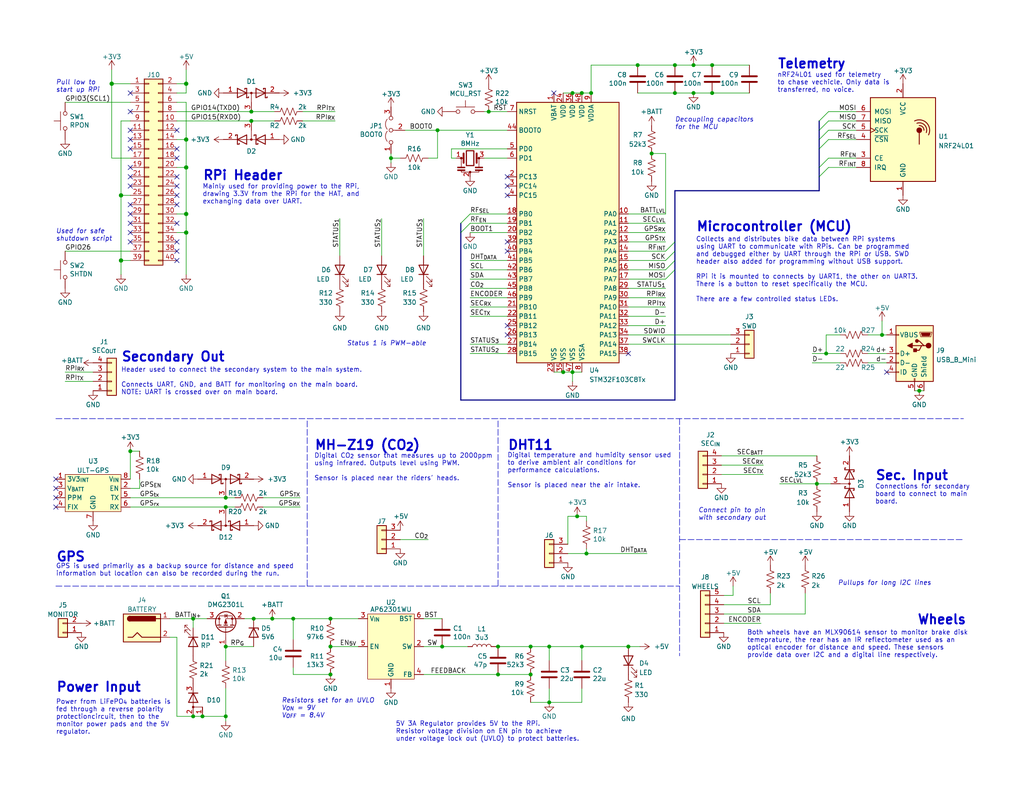
<source format=kicad_sch>
(kicad_sch (version 20211123) (generator eeschema)
  (paper "USLetter")
  (title_block (title "TITAN HAT") (date "2022-08-16") (rev "3.1") (company "HPVDT") (comment 1 "Secondary board only has power systems and the header to main") (comment 2 "Only one STM32 is needed in the system on the main board") (comment 3 "Provides 5V for RPi in addition to gathering data from TITAN") (comment 4 "HAT for RPis in TITAN for the WHPSC 2022"))
  (junction (at 250.825 106.68))
  (junction (at 68.58 30.48))
  (junction (at 61.595 138.43))
  (junction (at 158.75 176.53))
  (junction (at 149.86 176.53))
  (junction (at 119.38 35.56))
  (junction (at 153.67 101.6))
  (junction (at 120.65 176.53))
  (junction (at 50.8 22.86) (diameter 1.016))
  (junction (at 156.21 25.4))
  (junction (at 90.17 184.15))
  (junction (at 184.15 25.4))
  (junction (at 52.705 168.91))
  (junction (at 61.595 195.58))
  (junction (at 106.68 43.18))
  (junction (at 144.78 184.15))
  (junction (at 33.02 71.12) (diameter 1.016))
  (junction (at 149.86 191.77))
  (junction (at 69.215 168.91))
  (junction (at 189.23 17.78))
  (junction (at 156.21 101.6))
  (junction (at 68.58 33.02))
  (junction (at 157.48 140.97))
  (junction (at 50.8 45.72) (diameter 1.016))
  (junction (at 194.31 17.78))
  (junction (at 189.23 25.4))
  (junction (at 50.8 38.1) (diameter 1.016))
  (junction (at 177.8 41.91))
  (junction (at 144.78 176.53))
  (junction (at 173.99 17.78))
  (junction (at 74.295 168.91))
  (junction (at 133.35 30.48))
  (junction (at 222.885 132.08))
  (junction (at 171.45 176.53))
  (junction (at 240.665 91.44))
  (junction (at 52.705 195.58))
  (junction (at 90.17 176.53))
  (junction (at 161.29 25.4))
  (junction (at 61.595 176.53))
  (junction (at 90.17 168.91))
  (junction (at 50.8 58.42) (diameter 1.016))
  (junction (at 80.01 168.91))
  (junction (at 61.595 135.89))
  (junction (at 158.75 25.4))
  (junction (at 135.89 184.15))
  (junction (at 184.15 17.78))
  (junction (at 135.89 176.53))
  (junction (at 50.8 63.5) (diameter 1.016))
  (junction (at 55.245 195.58))
  (junction (at 160.02 151.13))
  (junction (at 225.425 96.52))
  (junction (at 30.48 22.86) (diameter 1.016))
  (junction (at 194.31 25.4))
  (junction (at 33.02 53.34) (diameter 1.016))
  (junction (at 35.56 123.19))
  (no_connect (at 15.24 138.43))
  (no_connect (at 138.43 68.58))
  (no_connect (at 48.26 68.58))
  (no_connect (at 48.26 71.12))
  (no_connect (at 48.26 60.96))
  (no_connect (at 48.26 66.04))
  (no_connect (at 138.43 66.04))
  (no_connect (at 48.26 50.8))
  (no_connect (at 35.56 50.8))
  (no_connect (at 35.56 25.4))
  (no_connect (at 35.56 30.48))
  (no_connect (at 35.56 38.1))
  (no_connect (at 35.56 40.64))
  (no_connect (at 35.56 35.56))
  (no_connect (at 48.26 35.56))
  (no_connect (at 48.26 40.64))
  (no_connect (at 48.26 43.18))
  (no_connect (at 35.56 55.88))
  (no_connect (at 151.13 25.4))
  (no_connect (at 15.24 130.81))
  (no_connect (at 241.935 101.6))
  (no_connect (at 35.56 60.96))
  (no_connect (at 48.26 48.26))
  (no_connect (at 35.56 48.26))
  (no_connect (at 138.43 48.26))
  (no_connect (at 171.45 96.52))
  (no_connect (at 35.56 63.5))
  (no_connect (at 48.26 53.34))
  (no_connect (at 35.56 66.04))
  (no_connect (at 35.56 58.42))
  (no_connect (at 138.43 53.34))
  (no_connect (at 138.43 50.8))
  (no_connect (at 48.26 55.88))
  (no_connect (at 138.43 91.44))
  (no_connect (at 15.24 135.89))
  (no_connect (at 35.56 45.72))
  (no_connect (at 138.43 88.9))
  (no_connect (at 15.24 133.35))
  (bus_entry (at 125.73 63.5) (size 2.54 -2.54))
  (bus_entry (at 223.52 45.72) (size 2.54 -2.54))
  (bus_entry (at 223.52 35.56) (size 2.54 -2.54))
  (bus_entry (at 223.52 40.64) (size 2.54 -2.54))
  (bus_entry (at 181.61 76.2) (size 2.54 -2.54))
  (bus_entry (at 181.61 68.58) (size 2.54 -2.54))
  (bus_entry (at 181.61 71.12) (size 2.54 -2.54))
  (bus_entry (at 181.61 73.66) (size 2.54 -2.54))
  (bus_entry (at 223.52 33.02) (size 2.54 -2.54))
  (bus_entry (at 125.73 60.96) (size 2.54 -2.54))
  (bus_entry (at 223.52 48.26) (size 2.54 -2.54))
  (bus_entry (at 223.52 38.1) (size 2.54 -2.54))
  (wire (pts (xy 181.61 66.04) (xy 171.45 66.04)))
  (wire (pts (xy 226.06 38.1) (xy 233.68 38.1)))
  (wire (pts (xy 208.28 129.54) (xy 196.85 129.54)))
  (wire (pts (xy 154.94 140.97) (xy 154.94 148.59)))
  (wire (pts (xy 115.57 184.15) (xy 135.89 184.15)))
  (wire (pts (xy 158.75 191.77) (xy 158.75 187.96)))
  (bus (pts (xy 223.52 45.72) (xy 223.52 48.26)))
  (wire (pts (xy 123.19 43.18) (xy 124.46 43.18)))
  (bus (pts (xy 184.15 52.07) (xy 184.15 66.04)))
  (wire (pts (xy 30.48 22.86) (xy 35.56 22.86)))
  (wire (pts (xy 181.61 71.12) (xy 171.45 71.12)))
  (wire (pts (xy 236.855 96.52) (xy 241.935 96.52)))
  (wire (pts (xy 181.61 73.66) (xy 171.45 73.66)))
  (wire (pts (xy 194.31 25.4) (xy 204.47 25.4)))
  (wire (pts (xy 156.21 101.6) (xy 158.75 101.6)))
  (wire (pts (xy 80.01 168.91) (xy 90.17 168.91)))
  (wire (pts (xy 50.8 22.86) (xy 50.8 25.4)))
  (bus (pts (xy 223.52 33.02) (xy 223.52 35.56)))
  (wire (pts (xy 90.17 168.91) (xy 97.79 168.91)))
  (wire (pts (xy 128.27 83.82) (xy 138.43 83.82)))
  (wire (pts (xy 74.295 168.91) (xy 80.01 168.91)))
  (wire (pts (xy 226.06 33.02) (xy 233.68 33.02)))
  (bus (pts (xy 223.52 40.64) (xy 223.52 45.72)))
  (bus (pts (xy 125.73 60.96) (xy 125.73 63.5)))
  (wire (pts (xy 35.56 130.81) (xy 35.56 123.19)))
  (wire (pts (xy 35.56 123.19) (xy 38.1 123.19)))
  (wire (pts (xy 149.86 187.96) (xy 149.86 191.77)))
  (wire (pts (xy 50.8 38.1) (xy 50.8 45.72)))
  (wire (pts (xy 197.485 170.18) (xy 207.645 170.18)))
  (wire (pts (xy 154.94 151.13) (xy 160.02 151.13)))
  (wire (pts (xy 106.68 41.91) (xy 106.68 43.18)))
  (wire (pts (xy 48.26 30.48) (xy 68.58 30.48)))
  (wire (pts (xy 35.56 133.35) (xy 38.1 133.35)))
  (wire (pts (xy 158.75 25.4) (xy 161.29 25.4)))
  (wire (pts (xy 80.01 174.625) (xy 80.01 168.91)))
  (wire (pts (xy 158.75 180.34) (xy 158.75 176.53)))
  (bus (pts (xy 184.15 109.22) (xy 125.73 109.22)))
  (wire (pts (xy 181.61 81.28) (xy 171.45 81.28)))
  (wire (pts (xy 132.08 30.48) (xy 133.35 30.48)))
  (wire (pts (xy 71.755 138.43) (xy 81.915 138.43)))
  (wire (pts (xy 50.8 27.94) (xy 48.26 27.94)))
  (wire (pts (xy 181.61 60.96) (xy 171.45 60.96)))
  (wire (pts (xy 46.355 173.99) (xy 48.26 173.99)))
  (wire (pts (xy 133.35 30.48) (xy 138.43 30.48)))
  (wire (pts (xy 68.58 30.48) (xy 74.93 30.48)))
  (wire (pts (xy 184.15 25.4) (xy 189.23 25.4)))
  (wire (pts (xy 56.515 168.91) (xy 52.705 168.91)))
  (wire (pts (xy 200.025 162.56) (xy 200.025 160.02)))
  (wire (pts (xy 50.8 38.1) (xy 48.26 38.1)))
  (wire (pts (xy 128.27 81.28) (xy 138.43 81.28)))
  (wire (pts (xy 120.65 176.53) (xy 127.635 176.53)))
  (wire (pts (xy 149.86 176.53) (xy 158.75 176.53)))
  (wire (pts (xy 173.99 25.4) (xy 184.15 25.4)))
  (wire (pts (xy 30.48 22.86) (xy 30.48 43.18)))
  (wire (pts (xy 221.615 99.06) (xy 229.235 99.06)))
  (wire (pts (xy 48.26 195.58) (xy 52.705 195.58)))
  (polyline (pts (xy 15.24 114.3) (xy 262.89 114.3)))
  (wire (pts (xy 91.44 30.48) (xy 82.55 30.48)))
  (wire (pts (xy 38.1 133.35) (xy 38.1 130.81)))
  (wire (pts (xy 226.06 35.56) (xy 233.68 35.56)))
  (bus (pts (xy 184.15 66.04) (xy 184.15 68.58)))
  (wire (pts (xy 33.02 33.02) (xy 35.56 33.02)))
  (wire (pts (xy 177.8 41.91) (xy 181.61 41.91)))
  (wire (pts (xy 50.8 45.72) (xy 48.26 45.72)))
  (wire (pts (xy 128.27 96.52) (xy 138.43 96.52)))
  (wire (pts (xy 181.61 68.58) (xy 171.45 68.58)))
  (wire (pts (xy 48.26 173.99) (xy 48.26 195.58)))
  (bus (pts (xy 223.52 35.56) (xy 223.52 38.1)))
  (wire (pts (xy 17.78 104.14) (xy 25.4 104.14)))
  (wire (pts (xy 189.23 25.4) (xy 194.31 25.4)))
  (wire (pts (xy 221.615 96.52) (xy 225.425 96.52)))
  (wire (pts (xy 69.215 168.91) (xy 74.295 168.91)))
  (wire (pts (xy 197.485 167.64) (xy 219.71 167.64)))
  (bus (pts (xy 223.52 48.26) (xy 223.52 52.07)))
  (wire (pts (xy 161.29 25.4) (xy 161.29 17.78)))
  (wire (pts (xy 55.245 195.58) (xy 61.595 195.58)))
  (wire (pts (xy 144.78 176.53) (xy 149.86 176.53)))
  (wire (pts (xy 52.705 168.91) (xy 46.355 168.91)))
  (wire (pts (xy 171.45 91.44) (xy 199.39 91.44)))
  (wire (pts (xy 250.825 106.68) (xy 249.555 106.68)))
  (wire (pts (xy 157.48 140.97) (xy 154.94 140.97)))
  (wire (pts (xy 135.89 184.15) (xy 144.78 184.15)))
  (bus (pts (xy 184.15 73.66) (xy 184.15 109.22)))
  (wire (pts (xy 151.13 101.6) (xy 153.67 101.6)))
  (wire (pts (xy 219.71 161.925) (xy 219.71 167.64)))
  (wire (pts (xy 68.58 33.02) (xy 74.93 33.02)))
  (wire (pts (xy 109.22 147.32) (xy 116.84 147.32)))
  (wire (pts (xy 90.17 176.53) (xy 97.79 176.53)))
  (wire (pts (xy 210.185 161.925) (xy 210.185 165.1)))
  (wire (pts (xy 160.02 140.97) (xy 157.48 140.97)))
  (wire (pts (xy 30.48 43.18) (xy 35.56 43.18)))
  (wire (pts (xy 80.01 184.15) (xy 90.17 184.15)))
  (polyline (pts (xy 83.82 160.02) (xy 83.82 114.3)))
  (wire (pts (xy 171.45 88.9) (xy 181.61 88.9)))
  (wire (pts (xy 138.43 40.64) (xy 123.19 40.64)))
  (wire (pts (xy 17.78 27.94) (xy 35.56 27.94)))
  (wire (pts (xy 35.56 138.43) (xy 61.595 138.43)))
  (wire (pts (xy 225.425 91.44) (xy 229.235 91.44)))
  (wire (pts (xy 50.8 58.42) (xy 50.8 63.5)))
  (wire (pts (xy 106.68 43.18) (xy 106.68 44.45)))
  (wire (pts (xy 128.27 86.36) (xy 138.43 86.36)))
  (bus (pts (xy 223.52 38.1) (xy 223.52 40.64)))
  (wire (pts (xy 33.02 53.34) (xy 33.02 71.12)))
  (wire (pts (xy 194.31 17.78) (xy 189.23 17.78)))
  (wire (pts (xy 128.27 76.2) (xy 138.43 76.2)))
  (wire (pts (xy 128.27 93.98) (xy 138.43 93.98)))
  (wire (pts (xy 115.57 168.91) (xy 120.65 168.91)))
  (wire (pts (xy 66.675 168.91) (xy 69.215 168.91)))
  (wire (pts (xy 50.8 22.86) (xy 48.26 22.86)))
  (wire (pts (xy 236.855 99.06) (xy 241.935 99.06)))
  (wire (pts (xy 69.215 176.53) (xy 61.595 176.53)))
  (polyline (pts (xy 15.24 160.02) (xy 185.42 160.02)))
  (wire (pts (xy 50.8 25.4) (xy 48.26 25.4)))
  (wire (pts (xy 161.29 17.78) (xy 173.99 17.78)))
  (wire (pts (xy 158.75 176.53) (xy 171.45 176.53)))
  (wire (pts (xy 33.02 71.12) (xy 35.56 71.12)))
  (wire (pts (xy 128.27 78.74) (xy 138.43 78.74)))
  (wire (pts (xy 52.705 195.58) (xy 55.245 195.58)))
  (wire (pts (xy 106.68 43.18) (xy 109.22 43.18)))
  (wire (pts (xy 80.01 182.245) (xy 80.01 184.15)))
  (wire (pts (xy 33.02 33.02) (xy 33.02 53.34)))
  (wire (pts (xy 225.425 96.52) (xy 225.425 91.44)))
  (wire (pts (xy 160.02 142.24) (xy 160.02 140.97)))
  (wire (pts (xy 91.44 33.02) (xy 82.55 33.02)))
  (wire (pts (xy 61.595 135.89) (xy 64.135 135.89)))
  (wire (pts (xy 226.06 30.48) (xy 233.68 30.48)))
  (wire (pts (xy 181.61 63.5) (xy 171.45 63.5)))
  (wire (pts (xy 156.21 25.4) (xy 158.75 25.4)))
  (wire (pts (xy 153.67 25.4) (xy 156.21 25.4)))
  (wire (pts (xy 236.855 91.44) (xy 240.665 91.44)))
  (wire (pts (xy 50.8 27.94) (xy 50.8 38.1)))
  (wire (pts (xy 160.02 149.86) (xy 160.02 151.13)))
  (wire (pts (xy 132.08 43.18) (xy 138.43 43.18)))
  (wire (pts (xy 119.38 43.18) (xy 119.38 35.56)))
  (wire (pts (xy 138.43 71.12) (xy 128.27 71.12)))
  (wire (pts (xy 50.8 58.42) (xy 48.26 58.42)))
  (wire (pts (xy 204.47 17.78) (xy 194.31 17.78)))
  (wire (pts (xy 229.235 96.52) (xy 225.425 96.52)))
  (wire (pts (xy 181.61 76.2) (xy 171.45 76.2)))
  (wire (pts (xy 110.49 35.56) (xy 119.38 35.56)))
  (wire (pts (xy 50.8 63.5) (xy 50.8 74.93)))
  (polyline (pts (xy 135.89 160.02) (xy 135.89 114.3)))
  (wire (pts (xy 171.45 93.98) (xy 199.39 93.98)))
  (wire (pts (xy 116.84 43.18) (xy 119.38 43.18)))
  (wire (pts (xy 50.8 63.5) (xy 48.26 63.5)))
  (wire (pts (xy 128.27 73.66) (xy 138.43 73.66)))
  (wire (pts (xy 226.06 43.18) (xy 233.68 43.18)))
  (wire (pts (xy 17.78 68.58) (xy 35.56 68.58)))
  (bus (pts (xy 184.15 71.12) (xy 184.15 73.66)))
  (wire (pts (xy 160.02 151.13) (xy 176.53 151.13)))
  (wire (pts (xy 119.38 35.56) (xy 138.43 35.56)))
  (wire (pts (xy 171.45 78.74) (xy 181.61 78.74)))
  (wire (pts (xy 128.27 60.96) (xy 138.43 60.96)))
  (wire (pts (xy 64.135 138.43) (xy 61.595 138.43)))
  (wire (pts (xy 33.02 71.12) (xy 33.02 74.93)))
  (bus (pts (xy 184.15 68.58) (xy 184.15 71.12)))
  (wire (pts (xy 50.8 45.72) (xy 50.8 58.42)))
  (polyline (pts (xy 185.42 147.32) (xy 262.89 147.32)))
  (wire (pts (xy 48.26 33.02) (xy 68.58 33.02)))
  (wire (pts (xy 30.48 19.05) (xy 30.48 22.86)))
  (wire (pts (xy 156.21 104.14) (xy 156.21 101.6)))
  (wire (pts (xy 17.78 101.6) (xy 25.4 101.6)))
  (wire (pts (xy 208.28 127) (xy 196.85 127)))
  (wire (pts (xy 61.595 196.85) (xy 61.595 195.58)))
  (wire (pts (xy 115.57 176.53) (xy 120.65 176.53)))
  (wire (pts (xy 171.45 86.36) (xy 181.61 86.36)))
  (wire (pts (xy 153.67 101.6) (xy 156.21 101.6)))
  (wire (pts (xy 92.71 59.69) (xy 92.71 69.85)))
  (wire (pts (xy 135.89 176.53) (xy 144.78 176.53)))
  (bus (pts (xy 223.52 52.07) (xy 184.15 52.07)))
  (wire (pts (xy 171.45 176.53) (xy 174.625 176.53)))
  (wire (pts (xy 149.86 180.34) (xy 149.86 176.53)))
  (wire (pts (xy 240.665 87.63) (xy 240.665 91.44)))
  (wire (pts (xy 128.27 63.5) (xy 138.43 63.5)))
  (wire (pts (xy 226.695 132.08) (xy 222.885 132.08)))
  (wire (pts (xy 184.15 17.78) (xy 173.99 17.78)))
  (polyline (pts (xy 185.42 114.3) (xy 185.42 179.07)))
  (wire (pts (xy 240.665 91.44) (xy 241.935 91.44)))
  (wire (pts (xy 61.595 187.96) (xy 61.595 195.58)))
  (wire (pts (xy 135.255 176.53) (xy 135.89 176.53)))
  (wire (pts (xy 128.27 58.42) (xy 138.43 58.42)))
  (wire (pts (xy 115.57 59.69) (xy 115.57 69.85)))
  (wire (pts (xy 33.02 53.34) (xy 35.56 53.34)))
  (wire (pts (xy 50.8 19.05) (xy 50.8 22.86)))
  (wire (pts (xy 181.61 41.91) (xy 181.61 58.42)))
  (wire (pts (xy 181.61 83.82) (xy 171.45 83.82)))
  (wire (pts (xy 35.56 135.89) (xy 61.595 135.89)))
  (wire (pts (xy 71.755 135.89) (xy 81.915 135.89)))
  (wire (pts (xy 104.14 59.69) (xy 104.14 69.85)))
  (wire (pts (xy 149.86 191.77) (xy 158.75 191.77)))
  (wire (pts (xy 226.06 45.72) (xy 233.68 45.72)))
  (wire (pts (xy 52.705 171.45) (xy 52.705 168.91)))
  (bus (pts (xy 125.73 109.22) (xy 125.73 63.5)))
  (wire (pts (xy 189.23 17.78) (xy 184.15 17.78)))
  (wire (pts (xy 123.19 40.64) (xy 123.19 43.18)))
  (wire (pts (xy 197.485 165.1) (xy 210.185 165.1)))
  (wire (pts (xy 197.485 162.56) (xy 200.025 162.56)))
  (wire (pts (xy 61.595 180.34) (xy 61.595 176.53)))
  (wire (pts (xy 171.45 58.42) (xy 181.61 58.42)))
  (wire (pts (xy 252.095 106.68) (xy 250.825 106.68)))
  (wire (pts (xy 196.85 124.46) (xy 222.885 124.46)))
  (wire (pts (xy 212.725 132.08) (xy 222.885 132.08)))
  (wire (pts (xy 149.86 191.77) (xy 144.78 191.77)))
  (text "Power from LiFePO_{4} batteries is\nfed through a reverse polarity \nprotectioncircuit, then to the \nmonitor power pads and the 5V\nregulator." (at 15.24 200.66 0) (effects (font (size 1.27 1.27)) (justify left bottom)))
  (text "Microcontroller (MCU)" (at 189.865 63.5 0) (effects (font (size 2.54 2.54) (thickness 0.508) bold) (justify left bottom)))
  (text "Connections for secondary\nboard to connect to main \nboard." (at 238.76 137.795 0) (effects (font (size 1.27 1.27)) (justify left bottom)))
  (text "GPS" (at 15.24 153.67 0) (effects (font (size 2.54 2.54) (thickness 0.508) bold) (justify left bottom)))
  (text "Connect pin to pin \nwith secondary out" (at 190.5 142.24 0) (effects (font (size 1.27 1.27) italic) (justify left bottom)))
  (text "Status 1 is PWM-able" (at 94.615 94.615 0) (effects (font (size 1.27 1.27) italic) (justify left bottom)))
  (text "nRF24L01 used for telemetry\nto chase vechicle. Only data is\ntransferred, no voice." (at 212.09 25.4 0) (effects (font (size 1.27 1.27)) (justify left bottom)))
  (text "Decoupling capacitors\nfor the MCU" (at 184.15 35.56 0) (effects (font (size 1.27 1.27) italic) (justify left bottom)))
  (text "Both wheels have an MLX90614 sensor to monitor brake disk\ntemeprature, the rear has an IR reflectometer used as an \noptical encoder for distance and speed. These sensors \nprovide data over I2C and a digital line respectively." (at 203.835 179.705 0) (effects (font (size 1.27 1.27)) (justify left bottom)))
  (text "RPi Header" (at 55.245 49.53 0) (effects (font (size 2.54 2.54) (thickness 0.508) bold) (justify left bottom)))
  (text "Power Input" (at 15.24 189.23 0) (effects (font (size 2.54 2.54) (thickness 0.508) bold) (justify left bottom)))
  (text "MH-Z19 (CO_{2})" (at 85.725 123.19 0) (effects (font (size 2.54 2.54) (thickness 0.508) bold) (justify left bottom)))
  (text "Collects and distributes bike data between RPi systems\nusing UART to communicate with RPis. Can be programmed\nand debugged either by UART through the RPi or USB. SWD \nheader also added for programming without USB support.\n\nRPi it is mounted to connects by UART1, the other on UART3.\nThere is a button to reset specifically the MCU.\n\nThere are a few controlled status LEDs." (at 189.865 82.55 0) (effects (font (size 1.27 1.27)) (justify left bottom)))
  (text "Wheels" (at 250.19 170.815 0) (effects (font (size 2.54 2.54) (thickness 0.508) bold) (justify left bottom)))
  (text "Header used to connect the secondary system to the main system.\n\nConnects UART, GND, and BATT for monitoring on the main board.\nNOTE: UART is crossed over on main board." (at 33.02 107.95 0) (effects (font (size 1.27 1.27)) (justify left bottom)))
  (text "Secondary Out" (at 33.02 99.06 0) (effects (font (size 2.54 2.54) (thickness 0.508) bold) (justify left bottom)))
  (text "Digital CO_{2} sensor that measures up to 2000ppm\nusing infrared. Outputs level using PWM.\n\nSensor is placed near the riders' heads." (at 85.725 131.445 0) (effects (font (size 1.27 1.27)) (justify left bottom)))
  (text "Mounting Holes" (at 48.26 222.25 0) (effects (font (size 1.27 1.27)) (justify left bottom)))
  (text "Pullups for long I2C lines" (at 228.6 160.02 0) (effects (font (size 1.27 1.27) italic) (justify left bottom)))
  (text "Digital temperature and humidity sensor used\nto derive ambient air conditions for\nperformance calculations.\n\nSensor is placed near the air intake." (at 138.43 133.35 0) (effects (font (size 1.27 1.27)) (justify left bottom)))
  (text "GPS is used primarily as a backup source for distance and speed\ninformation but location can also be recorded during the run." (at 15.24 157.48 0) (effects (font (size 1.27 1.27)) (justify left bottom)))
  (text "Pull low to\nstart up RPi" (at 15.24 25.4 0) (effects (font (size 1.27 1.27) italic) (justify left bottom)))
  (text "Used for safe\nshutdown script" (at 15.24 66.04 0) (effects (font (size 1.27 1.27) italic) (justify left bottom)))
  (text "5V 3A Regulator provides 5V to the RPi.\nResistor voltage division on EN pin to achieve\nunder voltage lock out (UVLO) to protect batteries." (at 107.95 202.565 0) (effects (font (size 1.27 1.27)) (justify left bottom)))
  (text "DHT11" (at 138.43 123.19 0) (effects (font (size 2.54 2.54) (thickness 0.508) bold) (justify left bottom)))
  (text "Mainly used for providing power to the RPi,\ndrawing 3.3V from the RPi for the HAT, and \nexchanging data over UART." (at 55.245 55.88 0) (effects (font (size 1.27 1.27)) (justify left bottom)))
  (text "Resistors set for an UVLO\nV_{ON} = 9V\nV_{OFF} = 8.4V" (at 76.835 196.215 0) (effects (font (size 1.27 1.27) italic) (justify left bottom)))
  (text "Sec. Input" (at 238.76 131.445 0) (effects (font (size 2.54 2.54) (thickness 0.508) bold) (justify left bottom)))
  (text "Telemetry" (at 212.09 19.05 0) (effects (font (size 2.54 2.54) (thickness 0.508) bold) (justify left bottom)))
  (label "EN_{5V}" (at 92.71 176.53 0))
  (label "SCL" (at 128.27 73.66 0))
  (label "SW" (at 119.38 176.53 180))
  (label "MOSI" (at 181.61 76.2 180))
  (label "SEC_{TX}" (at 128.27 86.36 0))
  (label "RF_{SEL}" (at 233.68 38.1 180))
  (label "SDWIO" (at 181.61 91.44 180))
  (label "d+" (at 241.935 96.52 180))
  (label "RP_{G}" (at 62.865 176.53 0))
  (label "BOOT0" (at 111.76 35.56 0))
  (label "GPS_{RX}" (at 81.915 138.43 180))
  (label "SEC_{BATT}" (at 208.28 124.46 180))
  (label "SEC_{LVL}" (at 212.725 132.08 0))
  (label "SEC_{TX}" (at 208.28 129.54 180))
  (label "D+" (at 221.615 96.52 0))
  (label "SDA" (at 128.27 76.2 0))
  (label "SCK" (at 181.61 71.12 180))
  (label "CO_{2}" (at 116.84 147.32 180))
  (label "GPIO15(RXD0)" (at 52.07 33.02 0))
  (label "BATT_{IN+}" (at 47.625 168.91 0))
  (label "RPI_{RX}" (at 181.61 81.28 180))
  (label "SEC_{LVL}" (at 181.61 60.96 180))
  (label "RPI_{TX}" (at 181.61 83.82 180))
  (label "RF_{SEL}" (at 128.27 58.42 0))
  (label "BOOT1" (at 128.27 63.5 0))
  (label "STATUS_{2}" (at 128.27 96.52 0))
  (label "d-" (at 241.935 99.06 180))
  (label "RPI_{RX}" (at 17.78 101.6 0))
  (label "D-" (at 221.615 99.06 0))
  (label "MOSI" (at 233.68 30.48 180))
  (label "D-" (at 181.61 86.36 180))
  (label "BST" (at 119.38 168.91 180))
  (label "SCL" (at 207.645 165.1 180))
  (label "DHT_{DATA}" (at 176.53 151.13 180))
  (label "MISO" (at 181.61 73.66 180))
  (label "GPS_{tx}" (at 38.1 135.89 0))
  (label "RPI_{TX}" (at 17.78 104.14 0))
  (label "SCK" (at 233.68 35.56 180))
  (label "GPS_{TX}" (at 81.915 135.89 180))
  (label "GPIO14(TXD0)" (at 52.07 30.48 0))
  (label "GPIO3(SCL1)" (at 17.78 27.94 0))
  (label "RF_{EN}" (at 128.27 60.96 0))
  (label "STATUS_{1}" (at 181.61 78.74 180))
  (label "RF_{INT}" (at 233.68 45.72 180))
  (label "RPI_{RX}" (at 91.44 33.02 180))
  (label "ENCODER" (at 207.645 170.18 180))
  (label "RF_{EN}" (at 233.68 43.18 180))
  (label "GPS_{rx}" (at 38.1 138.43 0))
  (label "STATUS_{2}" (at 104.14 59.69 270))
  (label "RST" (at 134.62 30.48 0))
  (label "ENCODER" (at 128.27 81.28 0))
  (label "D+" (at 181.61 88.9 180))
  (label "MISO" (at 233.68 33.02 180))
  (label "SDA" (at 207.645 167.64 180))
  (label "BATT_{LVL}" (at 181.61 58.42 180))
  (label "CO_{2}" (at 128.27 78.74 0))
  (label "SEC_{RX}" (at 208.28 127 180))
  (label "SWCLK" (at 181.61 93.98 180))
  (label "GPS_{EN}" (at 38.1 133.35 0))
  (label "GPIO26" (at 17.78 68.58 0))
  (label "STATUS_{3}" (at 115.57 59.69 270))
  (label "DHT_{DATA}" (at 128.27 71.12 0))
  (label "FEEDBACK" (at 117.475 184.15 0))
  (label "RPI_{TX}" (at 91.44 30.48 180))
  (label "GPS_{RX}" (at 181.61 63.5 180))
  (label "GPS_{TX}" (at 181.61 66.04 180))
  (label "STATUS_{3}" (at 128.27 93.98 0))
  (label "SEC_{RX}" (at 128.27 83.82 0))
  (label "STATUS_{1}" (at 92.71 59.69 270))
  (label "RF_{INT}" (at 181.61 68.58 180))
  (symbol (lib_id "power:+5V") (at 50.8 19.05 0) (unit 1)
    (property "Reference" "#PWR014" (effects hide))
    (property "Value" "+5V" (at 50.8 15.494 0))
  )
  (symbol (lib_id "power:+3.3V") (at 30.48 19.05 0) (unit 1)
    (property "Reference" "#PWR06" (effects hide))
    (property "Value" "+3.3V" (at 30.48 15.494 0))
  )
  (symbol (lib_id "power:GND") (at 50.8 74.93 0) (unit 1)
    (property "Reference" "#PWR013" (effects hide))
    (property "Value" "GND" (at 50.8 78.74 0))
  )
  (symbol (lib_id "power:GND") (at 33.02 74.93 0) (unit 1)
    (property "Reference" "#PWR07" (effects hide))
    (property "Value" "GND" (at 33.02 78.74 0))
  )
  (symbol (lib_id "Mechanical:MountingHole") (at 48.26 226.06 0) (unit 1)
    (property "Reference" "H1" (at 50.8 224.8916 0) (effects (justify left)))
    (property "Value" "M2.5" (at 50.8 227.203 0) (effects (justify left)))
    (property "Footprint" "MountingHole:MountingHole_2.7mm_M2.5" (effects hide))
  )
  (symbol (lib_id "Mechanical:MountingHole") (at 59.69 226.06 0) (unit 1)
    (property "Reference" "H3" (at 62.23 224.8916 0) (effects (justify left)))
    (property "Value" "M2.5" (at 62.23 227.203 0) (effects (justify left)))
    (property "Footprint" "MountingHole:MountingHole_2.7mm_M2.5" (effects hide))
  )
  (symbol (lib_id "Mechanical:MountingHole") (at 48.26 231.14 0) (unit 1)
    (property "Reference" "H2" (at 50.8 229.9716 0) (effects (justify left)))
    (property "Value" "M2.5" (at 50.8 232.283 0) (effects (justify left)))
    (property "Footprint" "MountingHole:MountingHole_2.7mm_M2.5" (effects hide))
  )
  (symbol (lib_id "Mechanical:MountingHole") (at 59.69 231.14 0) (unit 1)
    (property "Reference" "H4" (at 62.23 229.9716 0) (effects (justify left)))
    (property "Value" "M2.5" (at 62.23 232.283 0) (effects (justify left)))
    (property "Footprint" "MountingHole:MountingHole_2.7mm_M2.5" (effects hide))
  )
  (symbol (lib_id "Device:R_US") (at 233.045 91.44 90) (mirror x) (unit 1)
    (property "Reference" "R27" (at 236.855 90.17 90))
    (property "Value" "10k" (at 229.235 90.17 90))
    (property "Footprint" "Resistor_SMD:R_0603_1608Metric" (effects hide))
  )
  (symbol (lib_id "power:GND") (at 121.92 30.48 270) (unit 1)
    (property "Reference" "#PWR032" (effects hide))
    (property "Value" "GND" (at 116.84 30.48 90))
  )
  (symbol (lib_id "Connector_Generic:Conn_02x20_Odd_Even") (at 40.64 45.72 0) (unit 1)
    (property "Reference" "J10" (at 41.91 20.4272 0))
    (property "Value" "Conn_02x20_Odd_Even" (effects hide))
    (property "Footprint" "Connector_PinSocket_2.54mm:PinSocket_2x20_P2.54mm_Vertical" (effects hide))
  )
  (symbol (lib_id "Device:R_US") (at 177.8 38.1 180) (unit 1)
    (property "Reference" "R7" (at 173.99 36.83 0))
    (property "Value" "52k3" (at 173.99 39.37 0))
    (property "Footprint" "Resistor_SMD:R_0603_1608Metric" (effects hide))
  )
  (symbol (lib_id "Device:LED") (at 115.57 73.66 90) (unit 1)
    (property "Reference" "D8" (at 110.49 73.66 90) (effects (justify right)))
    (property "Value" "LED" (at 109.22 76.2 90) (effects (justify right)))
    (property "Footprint" "LED_SMD:LED_0805_2012Metric" (effects hide))
  )
  (symbol (lib_id "power:+3.3V") (at 35.56 123.19 0) (unit 1)
    (property "Reference" "#PWR08" (effects hide))
    (property "Value" "+3.3V" (at 35.56 119.38 0))
  )
  (symbol (lib_id "Connector_Generic:Conn_01x02") (at 17.145 172.72 180) (unit 1)
    (property "Reference" "J5" (at 17.145 165.2102 0))
    (property "Value" "MONITOR" (at 17.145 167.7471 0))
    (property "Footprint" "Connector_Wire:SolderWire-1.5sqmm_1x02_P6mm_D1.7mm_OD3mm" (effects hide))
  )
  (symbol (lib_id "power:+3.3V") (at 76.2 25.4 270) (unit 1)
    (property "Reference" "#PWR020" (effects hide))
    (property "Value" "+3.3V" (at 82.55 25.4 90))
  )
  (symbol (lib_id "power:GND") (at 92.71 85.09 0) (unit 1)
    (property "Reference" "#PWR023" (effects hide))
    (property "Value" "GND" (at 92.71 89.5334 0))
  )
  (symbol (lib_id "Connector_Generic:Conn_01x03") (at 104.14 147.32 180) (unit 1)
    (property "Reference" "J7" (at 104.14 142.3472 0))
    (property "Value" "CO_{2}" (effects hide))
    (property "Footprint" "Connector_PinHeader_2.54mm:PinHeader_1x03_P2.54mm_Vertical" (effects hide))
  )
  (symbol (lib_id "power:GND") (at 222.885 139.7 0) (unit 1)
    (property "Reference" "#PWR052" (effects hide))
    (property "Value" "GND" (at 222.885 143.51 0))
  )
  (symbol (lib_id "power:GND") (at 53.975 130.81 270) (unit 1)
    (property "Reference" "#PWR011" (effects hide))
    (property "Value" "GND" (at 48.895 130.81 90))
  )
  (symbol (lib_id "Device:LED") (at 171.45 180.34 90) (unit 1)
    (property "Reference" "D4" (at 174.371 181.0928 90) (effects (justify right)))
    (property "Value" "LED" (at 174.371 183.6297 90) (effects (justify right)))
    (property "Footprint" "LED_SMD:LED_0805_2012Metric" (effects hide))
  )
  (symbol (lib_id "power:GND") (at 156.21 104.14 0) (unit 1)
    (property "Reference" "#PWR037" (effects hide))
    (property "Value" "GND" (at 156.21 107.95 0))
  )
  (symbol (lib_id "Connector_Generic:Conn_01x03") (at 204.47 93.98 0) (mirror x) (unit 1)
    (property "Reference" "J3" (at 204.47 86.4702 0))
    (property "Value" "SWD" (at 204.47 89.0071 0))
    (property "Footprint" "Connector_PinHeader_2.54mm:PinHeader_1x03_P2.54mm_Vertical" (effects hide))
  )
  (symbol (lib_id "Device:R_US") (at 78.74 30.48 270) (unit 1)
    (property "Reference" "R4" (at 74.93 29.21 90))
    (property "Value" "2k" (at 82.55 29.21 90))
    (property "Footprint" "Resistor_SMD:R_0603_1608Metric" (effects hide))
  )
  (symbol (lib_id "power:+5V") (at 200.025 160.02 0) (mirror y) (unit 1)
    (property "Reference" "#PWR050" (effects hide))
    (property "Value" "+5V" (at 200.025 156.464 0))
  )
  (symbol (lib_id "power:GND") (at 25.4 142.24 0) (unit 1)
    (property "Reference" "#PWR05" (effects hide))
    (property "Value" "GND" (at 25.4 146.05 0))
  )
  (symbol (lib_id "ultimate_gps:ULT-GPS") (at 25.4 134.62 0) (unit 1)
    (property "Reference" "U3" (at 25.4 125.891 0))
    (property "Value" "ULT-GPS" (at 25.4 128.4279 0))
    (property "Footprint" "ultimate_gps:ULT-GPS" (effects hide))
  )
  (symbol (lib_id "Device:R_US") (at 78.74 33.02 270) (unit 1)
    (property "Reference" "R2" (at 74.93 34.29 90))
    (property "Value" "2k" (at 82.55 34.29 90))
    (property "Footprint" "Resistor_SMD:R_0603_1608Metric" (effects hide))
  )
  (symbol (lib_id "power:GND") (at 109.22 149.86 0) (unit 1)
    (property "Reference" "#PWR029" (effects hide))
    (property "Value" "GND" (at 109.22 153.67 0))
  )
  (symbol (lib_id "power:GND") (at 196.85 132.08 0) (unit 1)
    (property "Reference" "#PWR047" (effects hide))
    (property "Value" "GND" (at 196.85 135.89 0))
  )
  (symbol (lib_id "power:GND") (at 199.39 96.52 0) (unit 1)
    (property "Reference" "#PWR048" (effects hide))
    (property "Value" "GND" (at 199.39 100.33 0))
  )
  (symbol (lib_id "power:+3.3V") (at 189.23 17.78 0) (unit 1)
    (property "Reference" "#PWR045" (effects hide))
    (property "Value" "+3.3V" (at 189.23 14.224 0))
  )
  (symbol (lib_id "Connector_Generic:Conn_01x03") (at 149.86 151.13 180) (unit 1)
    (property "Reference" "J6" (at 149.86 146.1572 0))
    (property "Value" "DHT" (effects hide))
    (property "Footprint" "Connector_PinHeader_2.54mm:PinHeader_1x03_P2.54mm_Vertical" (effects hide))
  )
  (symbol (lib_id "power:GND") (at 149.86 191.77 0) (unit 1)
    (property "Reference" "#PWR039" (effects hide))
    (property "Value" "GND" (at 149.86 195.58 0))
  )
  (symbol (lib_id "Device:D_Schottky_Dual_Series_AKC") (at 68.58 25.4 0) (unit 1)
    (property "Reference" "D1" (at 68.58 22.225 0))
    (property "Value" "TBAT54S" (effects hide))
    (property "Footprint" "Package_TO_SOT_SMD:SOT-23" (effects hide))
  )
  (symbol (lib_id "Device:C") (at 149.86 184.15 0) (unit 1)
    (property "Reference" "C3" (at 152.781 182.9816 0) (effects (justify left)))
    (property "Value" "22u" (at 152.781 185.293 0) (effects (justify left)))
    (property "Footprint" "Capacitor_SMD:C_0805_2012Metric" (effects hide))
  )
  (symbol (lib_id "power:GND") (at 25.4 106.68 0) (unit 1)
    (property "Reference" "#PWR04" (effects hide))
    (property "Value" "GND" (at 25.4 110.49 0))
  )
  (symbol (lib_id "Switch:SW_Push") (at 17.78 33.02 90) (unit 1)
    (property "Reference" "SW1" (at 18.9992 31.8516 90) (effects (justify right)))
    (property "Value" "RPON" (at 18.9992 34.163 90) (effects (justify right)))
    (property "Footprint" "Button_Switch_THT:SW_PUSH_6mm_H4.3mm" (effects hide))
  )
  (symbol (lib_id "Device:R_US") (at 92.71 81.28 180) (unit 1)
    (property "Reference" "R12" (at 88.9 80.01 0))
    (property "Value" "330" (at 88.9 82.55 0))
    (property "Footprint" "Resistor_SMD:R_0603_1608Metric" (effects hide))
  )
  (symbol (lib_id "Device:C") (at 135.89 180.34 0) (mirror x) (unit 1)
    (property "Reference" "C5" (at 132.969 179.1716 0) (effects (justify right)))
    (property "Value" "47p" (at 132.969 181.483 0) (effects (justify right)))
    (property "Footprint" "Capacitor_SMD:C_0603_1608Metric" (effects hide))
  )
  (symbol (lib_id "power:+BATT") (at 22.225 170.18 270) (unit 1)
    (property "Reference" "#PWR09" (effects hide))
    (property "Value" "+BATT" (at 25.4 170.18 90) (effects (justify left)))
  )
  (symbol (lib_id "Device:R_US") (at 90.17 172.72 0) (mirror x) (unit 1)
    (property "Reference" "R10" (at 88.4428 171.5516 0) (effects (justify right)))
    (property "Value" "97k6" (at 88.4428 173.863 0) (effects (justify right)))
    (property "Footprint" "Resistor_SMD:R_0603_1608Metric" (effects hide))
  )
  (symbol (lib_id "power:+5V") (at 210.185 154.305 0) (mirror y) (unit 1)
    (property "Reference" "#PWR051" (effects hide))
    (property "Value" "+5V" (at 210.185 150.749 0))
  )
  (symbol (lib_id "power:GND") (at 250.825 106.68 0) (mirror y) (unit 1)
    (property "Reference" "#PWR059" (effects hide))
    (property "Value" "GND" (at 250.825 110.49 0))
  )
  (symbol (lib_id "Device:C") (at 158.75 184.15 0) (unit 1)
    (property "Reference" "C2" (at 161.671 182.9816 0) (effects (justify left)))
    (property "Value" "22u" (at 161.671 185.293 0) (effects (justify left)))
    (property "Footprint" "Capacitor_SMD:C_0805_2012Metric" (effects hide))
  )
  (symbol (lib_id "Device:L") (at 131.445 176.53 90) (unit 1)
    (property "Reference" "L1" (at 131.445 171.704 90))
    (property "Value" "3u3" (at 131.445 174.0154 90))
    (property "Footprint" "Inductor_SMD:L_Taiyo-Yuden_NR-50xx" (effects hide))
  )
  (symbol (lib_id "power:+3.3V") (at 133.35 22.86 0) (unit 1)
    (property "Reference" "#PWR035" (effects hide))
    (property "Value" "+3.3V" (at 133.35 19.304 0))
  )
  (symbol (lib_id "Device:R_US") (at 104.14 81.28 180) (unit 1)
    (property "Reference" "R14" (at 100.33 80.01 0))
    (property "Value" "330" (at 100.33 82.55 0))
    (property "Footprint" "Resistor_SMD:R_0603_1608Metric" (effects hide))
  )
  (symbol (lib_id "Connector:USB_B_Mini") (at 249.555 96.52 0) (mirror y) (unit 1)
    (property "Reference" "J9" (at 255.397 95.6853 0) (effects (justify right)))
    (property "Value" "USB_B_Mini" (at 255.397 98.2222 0) (effects (justify right)))
    (property "Footprint" "2172034-1:TE_2172034-1" (effects hide))
  )
  (symbol (lib_id "Diode:BZX384-xxx") (at 69.215 172.72 270) (unit 1)
    (property "Reference" "D5" (at 71.247 171.5516 90) (effects (justify left)))
    (property "Value" "5V6" (at 71.247 173.863 90) (effects (justify left)))
    (property "Footprint" "Diode_SMD:D_SOD-323" (effects hide))
    (property "Datasheet" "https://assets.nexperia.com/documents/data-sheet/BZX384_SERIES.pdf" (effects hide))
  )
  (symbol (lib_id "Device:R_US") (at 133.35 26.67 180) (unit 1)
    (property "Reference" "R22" (at 135.0772 25.5016 0) (effects (justify right)))
    (property "Value" "10k" (at 135.0772 27.813 0) (effects (justify right)))
    (property "Footprint" "Resistor_SMD:R_0603_1608Metric" (effects hide))
  )
  (symbol (lib_id "power:GND") (at 90.17 184.15 0) (unit 1)
    (property "Reference" "#PWR025" (effects hide))
    (property "Value" "GND" (at 90.17 187.96 0))
  )
  (symbol (lib_id "power:+3.3V") (at 246.38 22.86 0) (unit 1)
    (property "Reference" "#PWR056" (effects hide))
    (property "Value" "+3.3V" (at 246.38 19.304 0))
  )
  (symbol (lib_id "Device:Resonator") (at 128.27 43.18 0) (unit 1)
    (property "Reference" "Y1" (at 128.27 36.8808 0))
    (property "Value" "8MHz" (at 128.27 39.1922 0))
    (property "Footprint" "Crystal:Resonator_SMD_Murata_CSTxExxV-3Pin_3.0x1.1mm" (effects hide))
  )
  (symbol (lib_id "power:+3.3V") (at 157.48 140.97 0) (unit 1)
    (property "Reference" "#PWR038" (effects hide))
    (property "Value" "+3.3V" (at 157.48 137.16 0))
  )
  (symbol (lib_id "Connector:Barrel_Jack") (at 38.735 171.45 0) (unit 1)
    (property "Reference" "J4" (at 38.735 163.83 0))
    (property "Value" "BATTERY" (at 38.735 166.37 0))
    (property "Footprint" "Connector_BarrelJack:BarrelJack_Wuerth_6941xx301002" (effects hide))
  )
  (symbol (lib_id "Device:R_US") (at 222.885 135.89 180) (unit 1)
    (property "Reference" "R3" (at 219.075 134.62 0))
    (property "Value" "10k" (at 219.075 137.16 0))
    (property "Footprint" "Resistor_SMD:R_0603_1608Metric" (effects hide))
  )
  (symbol (lib_id "Device:C") (at 80.01 178.435 0) (mirror x) (unit 1)
    (property "Reference" "C4" (at 77.089 177.2666 0) (effects (justify right)))
    (property "Value" "10u" (at 77.089 179.578 0) (effects (justify right)))
    (property "Footprint" "Capacitor_SMD:C_0603_1608Metric" (effects hide))
  )
  (symbol (lib_id "power:GND") (at 231.775 139.7 0) (mirror y) (unit 1)
    (property "Reference" "#PWR055" (effects hide))
    (property "Value" "GND" (at 231.775 143.51 0))
  )
  (symbol (lib_id "Device:R_US") (at 177.8 45.72 180) (unit 1)
    (property "Reference" "R8" (at 173.99 44.45 0))
    (property "Value" "10k" (at 173.99 46.99 0))
    (property "Footprint" "Resistor_SMD:R_0603_1608Metric" (effects hide))
  )
  (symbol (lib_id "power:+3.3V") (at 69.215 130.81 270) (unit 1)
    (property "Reference" "#PWR017" (effects hide))
    (property "Value" "+3.3V" (at 75.565 130.81 90))
  )
  (symbol (lib_id "Device:R_US") (at 38.1 127 180) (unit 1)
    (property "Reference" "R18" (at 39.8272 125.8316 0) (effects (justify right)))
    (property "Value" "10k" (at 39.8272 128.143 0) (effects (justify right)))
    (property "Footprint" "Resistor_SMD:R_0603_1608Metric" (effects hide))
  )
  (symbol (lib_id "Device:R_US") (at 90.17 180.34 0) (mirror x) (unit 1)
    (property "Reference" "R11" (at 88.4428 179.1716 0) (effects (justify right)))
    (property "Value" "13k3" (at 88.4428 181.483 0) (effects (justify right)))
    (property "Footprint" "Resistor_SMD:R_0603_1608Metric" (effects hide))
  )
  (symbol (lib_id "Device:D_Schottky_Dual_Series_AKC") (at 68.58 38.1 180) (unit 1)
    (property "Reference" "D2" (at 68.58 41.275 0))
    (property "Value" "TBAT54S" (effects hide))
    (property "Footprint" "Package_TO_SOT_SMD:SOT-23" (effects hide))
  )
  (symbol (lib_id "Device:LED") (at 92.71 73.66 90) (unit 1)
    (property "Reference" "D6" (at 87.63 73.66 90) (effects (justify right)))
    (property "Value" "LED" (at 86.36 76.2 90) (effects (justify right)))
    (property "Footprint" "LED_SMD:LED_0805_2012Metric" (effects hide))
  )
  (symbol (lib_id "Device:R_US") (at 67.945 138.43 270) (unit 1)
    (property "Reference" "R20" (at 64.135 139.7 90))
    (property "Value" "2k" (at 71.755 139.7 90))
    (property "Footprint" "Resistor_SMD:R_0603_1608Metric" (effects hide))
  )
  (symbol (lib_id "Device:LED") (at 52.705 175.26 270) (unit 1)
    (property "Reference" "D11" (at 54.737 173.9138 90) (effects (justify left)))
    (property "Value" "RP" (at 54.737 176.2252 90) (effects (justify left)))
    (property "Footprint" "Diode_SMD:D_0805_2012Metric" (effects hide))
  )
  (symbol (lib_id "power:+BATT") (at 25.4 99.06 90) (unit 1)
    (property "Reference" "#PWR03" (effects hide))
    (property "Value" "+BATT" (at 19.685 98.425 90))
  )
  (symbol (lib_id "power:GND") (at 128.27 63.5 0) (unit 1)
    (property "Reference" "#PWR034" (effects hide))
    (property "Value" "GND" (at 128.27 67.31 0))
  )
  (symbol (lib_id "power:GND") (at 197.485 172.72 0) (unit 1)
    (property "Reference" "#PWR049" (effects hide))
    (property "Value" "GND" (at 197.485 176.53 0))
  )
  (symbol (lib_id "Device:R_US") (at 113.03 43.18 90) (unit 1)
    (property "Reference" "R16" (at 113.03 40.64 90))
    (property "Value" "10k" (at 113.03 45.72 90))
    (property "Footprint" "Resistor_SMD:R_0603_1608Metric" (effects hide))
  )
  (symbol (lib_id "power:+3.3V") (at 231.775 124.46 0) (mirror y) (unit 1)
    (property "Reference" "#PWR054" (effects hide))
    (property "Value" "+3.3V" (at 231.775 120.65 0))
  )
  (symbol (lib_id "Device:D_AAK") (at 52.705 190.5 270) (unit 1)
    (property "Reference" "D10" (at 56.3626 191.135 90) (effects (justify left)))
    (property "Value" "BAV70" (effects hide))
    (property "Footprint" "Package_TO_SOT_SMD:SOT-23" (effects hide))
  )
  (symbol (lib_id "Device:C") (at 204.47 21.59 0) (mirror x) (unit 1)
    (property "Reference" "C9" (at 201.549 20.4216 0) (effects (justify right)))
    (property "Value" "100n" (at 201.549 22.733 0) (effects (justify right)))
    (property "Footprint" "Capacitor_SMD:C_0603_1608Metric" (effects hide))
  )
  (symbol (lib_id "power:+3.3V") (at 60.96 38.1 90) (unit 1)
    (property "Reference" "#PWR016" (effects hide))
    (property "Value" "+3.3V" (at 54.61 38.1 90))
  )
  (symbol (lib_id "power:GND") (at 61.595 196.85 0) (unit 1)
    (property "Reference" "#PWR019" (effects hide))
    (property "Value" "GND" (at 61.595 200.66 0))
  )
  (symbol (lib_id "Device:D_Schottky_Dual_Series_AKC") (at 61.595 143.51 180) (unit 1)
    (property "Reference" "D12" (at 61.595 146.685 0))
    (property "Value" "TBAT54S" (effects hide))
    (property "Footprint" "Package_TO_SOT_SMD:SOT-23" (effects hide))
  )
  (symbol (lib_id "power:GND") (at 171.45 191.77 0) (unit 1)
    (property "Reference" "#PWR044" (effects hide))
    (property "Value" "GND" (at 171.45 196.2134 0))
  )
  (symbol (lib_id "power:GND") (at 22.225 172.72 0) (unit 1)
    (property "Reference" "#PWR010" (effects hide))
    (property "Value" "GND" (at 22.225 176.53 0))
  )
  (symbol (lib_id "power:+5V") (at 109.22 144.78 0) (unit 1)
    (property "Reference" "#PWR0101" (effects hide))
    (property "Value" "+5V" (at 107.315 140.97 0) (effects (justify left)))
  )
  (symbol (lib_id "Device:R_US") (at 233.045 96.52 90) (mirror x) (unit 1)
    (property "Reference" "R24" (at 236.855 95.25 90))
    (property "Value" "22" (at 229.235 95.25 90))
    (property "Footprint" "Resistor_SMD:R_0603_1608Metric" (effects hide))
  )
  (symbol (lib_id "power:GND") (at 128.27 48.26 0) (unit 1)
    (property "Reference" "#PWR033" (effects hide))
    (property "Value" "GND" (at 128.27 52.07 0))
  )
  (symbol (lib_id "Switch:SW_Push") (at 17.78 73.66 90) (unit 1)
    (property "Reference" "SW2" (at 18.9992 72.4916 90) (effects (justify right)))
    (property "Value" "SHTDN" (at 18.9992 74.803 90) (effects (justify right)))
    (property "Footprint" "Button_Switch_THT:SW_PUSH_6mm_H4.3mm" (effects hide))
  )
  (symbol (lib_id "Device:R_US") (at 171.45 187.96 180) (unit 1)
    (property "Reference" "R1" (at 173.101 187.1253 0) (effects (justify right)))
    (property "Value" "330" (at 173.101 189.6622 0) (effects (justify right)))
    (property "Footprint" "Resistor_SMD:R_0603_1608Metric" (effects hide))
  )
  (symbol (lib_id "AP62301WU:AP62301WU") (at 106.68 176.53 0) (unit 1)
    (property "Reference" "U2" (at 106.68 164.465 0))
    (property "Value" "AP62301WU" (at 106.68 166.37 0))
    (property "Footprint" "Package_TO_SOT_SMD:TSOT-23-6" (effects hide))
    (property "Datasheet" "https://www.diodes.com/assets/Datasheets/AP62300_AP62301_AP62300T.pdf" (effects hide))
  )
  (symbol (lib_id "Device:C") (at 173.99 21.59 0) (mirror x) (unit 1)
    (property "Reference" "C8" (at 171.069 20.4216 0) (effects (justify right)))
    (property "Value" "100n" (at 171.069 22.733 0) (effects (justify right)))
    (property "Footprint" "Capacitor_SMD:C_0603_1608Metric" (effects hide))
  )
  (symbol (lib_id "power:GND") (at 115.57 85.09 0) (unit 1)
    (property "Reference" "#PWR030" (effects hide))
    (property "Value" "GND" (at 115.57 89.5334 0))
  )
  (symbol (lib_id "power:+BATT") (at 177.8 34.29 0) (unit 1)
    (property "Reference" "#PWR041" (effects hide))
    (property "Value" "+BATT" (at 177.8 30.48 0))
  )
  (symbol (lib_id "power:GND") (at 104.14 85.09 0) (unit 1)
    (property "Reference" "#PWR024" (effects hide))
    (property "Value" "GND" (at 104.14 89.5334 0))
  )
  (symbol (lib_id "Device:C") (at 194.31 21.59 0) (mirror x) (unit 1)
    (property "Reference" "C7" (at 191.389 20.4216 0) (effects (justify right)))
    (property "Value" "100n" (at 191.389 22.733 0) (effects (justify right)))
    (property "Footprint" "Capacitor_SMD:C_0603_1608Metric" (effects hide))
  )
  (symbol (lib_id "Device:R_US") (at 144.78 180.34 0) (mirror x) (unit 1)
    (property "Reference" "R6" (at 143.0528 179.1716 0) (effects (justify right)))
    (property "Value" "52k3" (at 143.0528 181.483 0) (effects (justify right)))
    (property "Footprint" "Resistor_SMD:R_0603_1608Metric" (effects hide))
  )
  (symbol (lib_id "power:GND") (at 106.68 187.96 0) (unit 1)
    (property "Reference" "#PWR031" (effects hide))
    (property "Value" "GND" (at 106.68 191.77 0))
  )
  (symbol (lib_id "power:GND") (at 177.8 49.53 0) (unit 1)
    (property "Reference" "#PWR042" (effects hide))
    (property "Value" "GND" (at 177.8 53.34 0))
  )
  (symbol (lib_id "power:+BATT") (at 74.295 168.91 0) (unit 1)
    (property "Reference" "#PWR022" (effects hide))
    (property "Value" "+BATT" (at 74.295 165.1 0))
  )
  (symbol (lib_id "Device:R_US") (at 52.705 182.88 180) (unit 1)
    (property "Reference" "R21" (at 54.4322 181.7116 0) (effects (justify right)))
    (property "Value" "2k" (at 54.4322 184.023 0) (effects (justify right)))
    (property "Footprint" "Resistor_SMD:R_0603_1608Metric" (effects hide))
  )
  (symbol (lib_id "Device:D_Schottky_Dual_Series_AKC") (at 61.595 130.81 0) (unit 1)
    (property "Reference" "D9" (at 61.595 127.635 0))
    (property "Value" "TBAT54S" (effects hide))
    (property "Footprint" "Package_TO_SOT_SMD:SOT-23" (effects hide))
  )
  (symbol (lib_id "power:GND") (at 76.2 38.1 90) (unit 1)
    (property "Reference" "#PWR021" (effects hide))
    (property "Value" "GND" (at 81.28 38.1 90))
  )
  (symbol (lib_id "power:GND") (at 154.94 153.67 0) (unit 1)
    (property "Reference" "#PWR036" (effects hide))
    (property "Value" "GND" (at 154.94 157.48 0))
  )
  (symbol (lib_id "Device:R_US") (at 67.945 135.89 270) (unit 1)
    (property "Reference" "R19" (at 64.135 134.62 90))
    (property "Value" "2k" (at 71.755 134.62 90))
    (property "Footprint" "Resistor_SMD:R_0603_1608Metric" (effects hide))
  )
  (symbol (lib_id "power:+5V") (at 219.71 154.305 0) (mirror y) (unit 1)
    (property "Reference" "#PWR053" (effects hide))
    (property "Value" "+5V" (at 219.71 150.749 0))
  )
  (symbol (lib_id "Device:R_US") (at 222.885 128.27 180) (unit 1)
    (property "Reference" "R5" (at 219.075 127 0))
    (property "Value" "52k3" (at 219.075 129.54 0))
    (property "Footprint" "Resistor_SMD:R_0603_1608Metric" (effects hide))
  )
  (symbol (lib_id "Device:LED") (at 104.14 73.66 90) (unit 1)
    (property "Reference" "D7" (at 99.06 73.66 90) (effects (justify right)))
    (property "Value" "LED" (at 97.79 76.2 90) (effects (justify right)))
    (property "Footprint" "LED_SMD:LED_0805_2012Metric" (effects hide))
  )
  (symbol (lib_id "power:GND") (at 189.23 25.4 0) (unit 1)
    (property "Reference" "#PWR046" (effects hide))
    (property "Value" "GND" (at 189.23 29.21 0))
  )
  (symbol (lib_id "Connector_Generic:Conn_01x05") (at 192.405 167.64 180) (unit 1)
    (property "Reference" "J8" (at 192.405 157.5902 0))
    (property "Value" "WHEELS" (at 192.405 160.1271 0))
    (property "Footprint" "Connector_PinHeader_2.54mm:PinHeader_1x05_P2.54mm_Vertical" (effects hide))
  )
  (symbol (lib_id "power:GND") (at 246.38 53.34 0) (mirror y) (unit 1)
    (property "Reference" "#PWR057" (effects hide))
    (property "Value" "GND" (at 246.38 57.15 0))
  )
  (symbol (lib_id "Device:C") (at 184.15 21.59 0) (mirror x) (unit 1)
    (property "Reference" "C6" (at 181.229 20.4216 0) (effects (justify right)))
    (property "Value" "100n" (at 181.229 22.733 0) (effects (justify right)))
    (property "Footprint" "Capacitor_SMD:C_0603_1608Metric" (effects hide))
  )
  (symbol (lib_id "Connector_Generic:Conn_01x04") (at 191.77 129.54 180) (unit 1)
    (property "Reference" "J2" (at 193.8528 118.745 0))
    (property "Value" "SEC_{IN}" (at 193.8528 121.0564 0))
    (property "Footprint" "Connector_Molex:Molex_KK-254_AE-6410-04A_1x04_P2.54mm_Vertical" (effects hide))
  )
  (symbol (lib_id "Device:R_US") (at 61.595 184.15 180) (unit 1)
    (property "Reference" "R13" (at 63.3222 182.9816 0) (effects (justify right)))
    (property "Value" "10k" (at 63.3222 185.293 0) (effects (justify right)))
    (property "Footprint" "Resistor_SMD:R_0603_1608Metric" (effects hide))
  )
  (symbol (lib_id "power:+5V") (at 174.625 176.53 270) (unit 1)
    (property "Reference" "#PWR040" (effects hide))
    (property "Value" "+5V" (at 178.435 176.53 90) (effects (justify left)))
  )
  (symbol (lib_id "Device:D_Schottky_Dual_Series_AKC") (at 231.775 132.08 270) (mirror x) (unit 1)
    (property "Reference" "D3" (at 234.95 132.08 0))
    (property "Value" "TBAT54S" (effects hide))
    (property "Footprint" "Package_TO_SOT_SMD:SOT-23" (effects hide))
  )
  (symbol (lib_id "Device:C") (at 120.65 172.72 180) (unit 1)
    (property "Reference" "C1" (at 123.571 171.5516 0) (effects (justify right)))
    (property "Value" "100n" (at 123.571 173.863 0) (effects (justify right)))
    (property "Footprint" "Capacitor_SMD:C_0603_1608Metric" (effects hide))
  )
  (symbol (lib_id "power:+5V") (at 240.665 87.63 0) (mirror y) (unit 1)
    (property "Reference" "#PWR058" (effects hide))
    (property "Value" "+5V" (at 240.665 84.074 0))
  )
  (symbol (lib_id "Device:R_US") (at 144.78 187.96 0) (mirror x) (unit 1)
    (property "Reference" "R9" (at 143.0528 186.7916 0) (effects (justify right)))
    (property "Value" "10k" (at 143.0528 189.103 0) (effects (justify right)))
    (property "Footprint" "Resistor_SMD:R_0603_1608Metric" (effects hide))
  )
  (symbol (lib_id "power:GND") (at 60.96 25.4 270) (unit 1)
    (property "Reference" "#PWR015" (effects hide))
    (property "Value" "GND" (at 55.88 25.4 90))
  )
  (symbol (lib_id "MCU_ST_STM32F1:STM32F103C8Tx") (at 156.21 63.5 0) (unit 1)
    (property "Reference" "U4" (at 160.7694 101.0904 0) (effects (justify left)))
    (property "Value" "STM32F103C8Tx" (at 160.7694 103.6273 0) (effects (justify left)))
    (property "Footprint" "Package_QFP:LQFP-48_7x7mm_P0.5mm" (effects hide))
    (property "Datasheet" "http://www.st.com/st-web-ui/static/active/en/resource/technical/document/datasheet/CD00161566.pdf" (effects hide))
  )
  (symbol (lib_id "power:+3.3V") (at 106.68 29.21 0) (unit 1)
    (property "Reference" "#PWR026" (effects hide))
    (property "Value" "+3.3V" (at 106.68 25.654 0))
  )
  (symbol (lib_id "Device:R_US") (at 219.71 158.115 0) (unit 1)
    (property "Reference" "R26" (at 221.361 157.2803 0) (effects (justify left)))
    (property "Value" "2k" (at 221.361 159.8172 0) (effects (justify left)))
    (property "Footprint" "Resistor_SMD:R_0603_1608Metric" (effects hide))
  )
  (symbol (lib_id "RF:NRF24L01_Breakout") (at 246.38 38.1 0) (unit 1)
    (property "Reference" "U1" (at 256.032 37.2653 0) (effects (justify left)))
    (property "Value" "NRF24L01" (at 256.032 39.8022 0) (effects (justify left)))
    (property "Footprint" "RF_Module:nRF24L01_Breakout" (effects hide))
    (property "Datasheet" "http://www.nordicsemi.com/eng/content/download/2730/34105/file/nRF24L01_Product_Specification_v2_0.pdf" (effects hide))
  )
  (symbol (lib_id "Connector_Generic:Conn_01x04") (at 30.48 104.14 0) (mirror x) (unit 1)
    (property "Reference" "J1" (at 28.3972 93.345 0))
    (property "Value" "SEC_{OUT}" (at 28.3972 95.6564 0))
    (property "Footprint" "Connector_Molex:Molex_KK-254_AE-6410-04A_1x04_P2.54mm_Vertical" (effects hide))
  )
  (symbol (lib_id "power:GND") (at 69.215 143.51 90) (unit 1)
    (property "Reference" "#PWR018" (effects hide))
    (property "Value" "GND" (at 74.295 143.51 90))
  )
  (symbol (lib_id "Device:R_US") (at 233.045 99.06 90) (mirror x) (unit 1)
    (property "Reference" "R25" (at 236.855 100.33 90))
    (property "Value" "22" (at 229.235 100.33 90))
    (property "Footprint" "Resistor_SMD:R_0603_1608Metric" (effects hide))
  )
  (symbol (lib_id "Device:R_US") (at 115.57 81.28 180) (unit 1)
    (property "Reference" "R15" (at 111.76 80.01 0))
    (property "Value" "330" (at 111.76 82.55 0))
    (property "Footprint" "Resistor_SMD:R_0603_1608Metric" (effects hide))
  )
  (symbol (lib_id "power:GND") (at 17.78 78.74 0) (unit 1)
    (property "Reference" "#PWR02" (effects hide))
    (property "Value" "GND" (at 17.78 82.55 0))
  )
  (symbol (lib_id "Device:R_US") (at 210.185 158.115 0) (unit 1)
    (property "Reference" "R23" (at 211.836 157.2803 0) (effects (justify left)))
    (property "Value" "2k" (at 211.836 159.8172 0) (effects (justify left)))
    (property "Footprint" "Resistor_SMD:R_0603_1608Metric" (effects hide))
  )
  (symbol (lib_id "power:GND") (at 17.78 38.1 0) (unit 1)
    (property "Reference" "#PWR01" (effects hide))
    (property "Value" "GND" (at 17.78 41.91 0))
  )
  (symbol (lib_id "Switch:SW_Push") (at 127 30.48 0) (unit 1)
    (property "Reference" "SW3" (at 127 23.241 0))
    (property "Value" "MCU_RST" (at 127 25.5524 0))
    (property "Footprint" "Button_Switch_THT:SW_PUSH_6mm_H4.3mm" (effects hide))
  )
  (symbol (lib_id "Device:R_US") (at 160.02 146.05 180) (unit 1)
    (property "Reference" "R17" (at 161.7472 144.8816 0) (effects (justify right)))
    (property "Value" "10k" (at 161.7472 147.193 0) (effects (justify right)))
    (property "Footprint" "Resistor_SMD:R_0603_1608Metric" (effects hide))
  )
  (symbol (lib_id "Transistor_FET:DMG2301L") (at 61.595 171.45 90) (unit 1)
    (property "Reference" "Q1" (at 61.595 162.7632 90))
    (property "Value" "DMG2301L" (at 61.595 165.0746 90))
    (property "Footprint" "Package_TO_SOT_SMD:SOT-23" (effects hide))
    (property "Datasheet" "https://www.diodes.com/assets/Datasheets/DMG2301L.pdf" (effects hide))
  )
  (symbol (lib_id "Jumper:Jumper_3_Open") (at 106.68 35.56 90) (unit 1)
    (property "Reference" "JP1" (at 104.4702 34.3916 90) (effects (justify left)))
    (property "Value" "BOOT0" (at 104.4702 36.703 90) (effects (justify left)))
    (property "Footprint" "Connector_PinHeader_2.54mm:PinHeader_1x03_P2.54mm_Vertical" (effects hide))
  )
  (symbol (lib_id "power:GND") (at 106.68 44.45 0) (unit 1)
    (property "Reference" "#PWR027" (effects hide))
    (property "Value" "GND" (at 106.68 48.26 0))
  )
  (symbol (lib_id "power:+3.3V") (at 53.975 143.51 90) (unit 1)
    (property "Reference" "#PWR012" (effects hide))
    (property "Value" "+3.3V" (at 47.625 143.51 90))
  )
)
</source>
